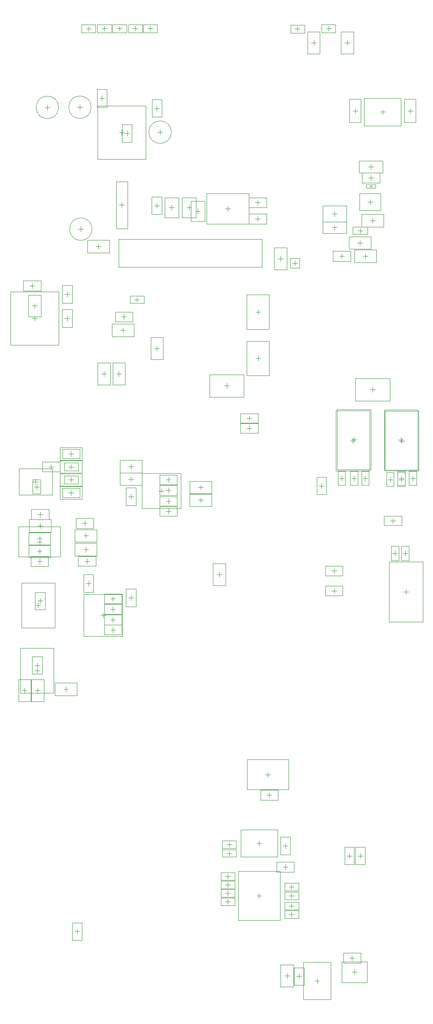
<source format=gbr>
G04 Layer_Color=32768*
%FSLAX26Y26*%
%MOIN*%
%TF.FileFunction,Other,Mechanical_15*%
%TF.Part,Single*%
G01*
G75*
%TA.AperFunction,NonConductor*%
%ADD79C,0.003937*%
%ADD153C,0.001968*%
D79*
X2739430Y1137000D02*
X2778800Y1137000D01*
X2759114Y1117316D02*
X2759114Y1156686D01*
X2779116Y1007316D02*
X2779116Y1046686D01*
X2759430Y1027000D02*
X2798800Y1027000D01*
X619116Y6857316D02*
X619116Y6896686D01*
X599430Y6877000D02*
X638800Y6877000D01*
X570018Y1346408D02*
X609388Y1346408D01*
X589702Y1326724D02*
X589702Y1366094D01*
X1309798Y4883858D02*
X1309798Y4923228D01*
X1290112Y4903544D02*
X1329482Y4903544D01*
X2719244Y1942914D02*
X2758614Y1942914D01*
X2738928Y1923230D02*
X2738928Y1962600D01*
X2823574Y1923230D02*
X2823574Y1962600D01*
X2803888Y1942916D02*
X2843258Y1942916D01*
X2463338Y958662D02*
X2502708Y958662D01*
X2483024Y938978D02*
X2483024Y978348D01*
X2006646Y1627952D02*
X2046016Y1627952D01*
X2026330Y1608268D02*
X2026330Y1647638D01*
X1199558Y5938976D02*
X1238928Y5938976D01*
X1219244Y5919290D02*
X1219244Y5958660D01*
X959402Y6167324D02*
X959402Y6206694D01*
X939716Y6187008D02*
X979086Y6187008D01*
X2900346Y6944882D02*
X2939716Y6944882D01*
X2920030Y6925196D02*
X2920030Y6964566D01*
X2801686Y6768998D02*
X2841056Y6768998D01*
X2821372Y6749314D02*
X2821372Y6788684D01*
X2844686Y6664000D02*
X2884056Y6664000D01*
X2864370Y6644316D02*
X2864370Y6683686D01*
X679874Y4068896D02*
X679874Y4108266D01*
X660190Y4088582D02*
X699560Y4088582D01*
X2308812Y6589724D02*
X2308812Y6629094D01*
X2289126Y6609410D02*
X2328496Y6609410D01*
X766486Y7907480D02*
X805856Y7907480D01*
X786170Y7887796D02*
X786170Y7927166D01*
X3081446Y4561024D02*
X3081446Y4600394D01*
X3061762Y4580708D02*
X3101132Y4580708D01*
X2616884Y4009844D02*
X2616884Y4049214D01*
X2597198Y4029528D02*
X2636568Y4029528D01*
X2616878Y4167324D02*
X2616878Y4206694D01*
X2597194Y4187008D02*
X2636564Y4187008D01*
X2498772Y4856298D02*
X2538142Y4856298D01*
X2518458Y4836614D02*
X2518458Y4875984D01*
X1947592Y5368108D02*
X1947592Y5407478D01*
X1927906Y5387794D02*
X1967276Y5387794D01*
X1947590Y5289372D02*
X1947590Y5328742D01*
X1927906Y5309056D02*
X1967276Y5309056D01*
X2341292Y974410D02*
X2341292Y1013780D01*
X2321608Y994096D02*
X2360978Y994096D01*
X2246804Y978346D02*
X2246804Y1017716D01*
X2227118Y998032D02*
X2266488Y998032D01*
X175938Y3226376D02*
X175938Y3265746D01*
X156254Y3246062D02*
X195624Y3246062D01*
X2436764Y8345866D02*
X2476134Y8345866D01*
X2456450Y8326180D02*
X2456450Y8365552D01*
X1711372Y4137796D02*
X1711372Y4177166D01*
X1691686Y4157482D02*
X1731056Y4157482D01*
X2105370Y2402314D02*
X2105370Y2441684D01*
X2085686Y2422000D02*
X2125056Y2422000D01*
X2095226Y2562008D02*
X2095226Y2601378D01*
X2075542Y2581694D02*
X2114912Y2581694D01*
X2233022Y1834646D02*
X2233022Y1874016D01*
X2213338Y1854330D02*
X2252708Y1854330D01*
X2213340Y2021656D02*
X2252710Y2021656D01*
X2233024Y2001970D02*
X2233024Y2041340D01*
X1790110Y2011812D02*
X1790110Y2051182D01*
X1770424Y2031496D02*
X1809794Y2031496D01*
X1790110Y1942914D02*
X1790110Y1982284D01*
X1770426Y1962598D02*
X1809796Y1962598D01*
X1778300Y1761814D02*
X1778300Y1801184D01*
X1758616Y1781498D02*
X1797986Y1781498D01*
X1778300Y1694882D02*
X1778300Y1734252D01*
X1758614Y1714568D02*
X1797984Y1714568D01*
X1778298Y1627954D02*
X1778298Y1667324D01*
X1758614Y1647640D02*
X1797984Y1647640D01*
X1778300Y1561022D02*
X1778300Y1600392D01*
X1758614Y1580708D02*
X1797984Y1580708D01*
X2282236Y1677164D02*
X2282236Y1716534D01*
X2262552Y1696848D02*
X2301922Y1696848D01*
X2282236Y1529528D02*
X2282236Y1568898D01*
X2262550Y1549212D02*
X2301920Y1549212D01*
X2282236Y1460632D02*
X2282236Y1500002D01*
X2262552Y1480316D02*
X2301922Y1480316D01*
X2282236Y1608266D02*
X2282236Y1647636D01*
X2262550Y1627952D02*
X2301920Y1627952D01*
X2026330Y2021654D02*
X2026330Y2061024D01*
X2006646Y2041338D02*
X2046016Y2041338D01*
X483024Y3253938D02*
X522394Y3253938D01*
X502710Y3234252D02*
X502710Y3273622D01*
X1199560Y7828740D02*
X1238930Y7828740D01*
X1219246Y7809054D02*
X1219246Y7848424D01*
X983022Y7612202D02*
X983022Y7651572D01*
X963336Y7631888D02*
X1002706Y7631888D01*
X234992Y6410826D02*
X234992Y6450196D01*
X215306Y6430512D02*
X254676Y6430512D01*
X254678Y6253346D02*
X254678Y6292716D01*
X234992Y6273032D02*
X274362Y6273032D01*
X1544638Y4843306D02*
X1584008Y4843306D01*
X1564322Y4823622D02*
X1564322Y4862992D01*
X1544640Y4743308D02*
X1584010Y4743308D01*
X1564326Y4723622D02*
X1564326Y4762992D01*
X294046Y4242128D02*
X294046Y4281498D01*
X274362Y4261814D02*
X313732Y4261814D01*
X297984Y4521654D02*
X297984Y4561024D01*
X278300Y4541340D02*
X317670Y4541340D01*
X995684Y4771000D02*
X1035054Y4771000D01*
X1015368Y4751316D02*
X1015368Y4790686D01*
X1750742Y5643700D02*
X1790112Y5643700D01*
X1770426Y5624016D02*
X1770426Y5663386D01*
X1778300Y7017716D02*
X1778300Y7057086D01*
X1758614Y7037402D02*
X1797984Y7037402D01*
X1994836Y7086614D02*
X2034206Y7086614D01*
X2014520Y7066928D02*
X2014520Y7106298D01*
X1994834Y6958662D02*
X2034204Y6958662D01*
X2014520Y6938976D02*
X2014520Y6978346D01*
X1542080Y6998032D02*
X1542080Y7037402D01*
X1522396Y7017718D02*
X1561766Y7017718D01*
X2574560Y8437354D02*
X2574560Y8476724D01*
X2554876Y8457040D02*
X2594246Y8457040D01*
X2888538Y7281494D02*
X2927910Y7281494D01*
X2908224Y7261810D02*
X2908224Y7301180D01*
X2887686Y7367998D02*
X2927058Y7367998D01*
X2907372Y7348314D02*
X2907372Y7387684D01*
X2658684Y6664002D02*
X2698054Y6664002D01*
X2678370Y6644318D02*
X2678370Y6683688D01*
X2908372Y7202190D02*
X2908372Y7225812D01*
X2896562Y7214000D02*
X2920184Y7214000D01*
X2872940Y7227780D02*
X2943806Y7227780D01*
X2872940Y7200220D02*
X2943806Y7200220D01*
X2943806Y7227780D01*
X2872940Y7200220D02*
X2872940Y7227780D01*
X3148376Y4895668D02*
X3148376Y4935038D01*
X3128690Y4915354D02*
X3168060Y4915354D01*
X3236962Y4895670D02*
X3236962Y4935040D01*
X3217276Y4915354D02*
X3256646Y4915354D01*
X2774362Y4895670D02*
X2774362Y4935040D01*
X2754676Y4915356D02*
X2794046Y4915356D01*
X2862944Y4895670D02*
X2862944Y4935040D01*
X2843258Y4915354D02*
X2882628Y4915354D01*
X2722198Y8326178D02*
X2722198Y8365548D01*
X2702512Y8345864D02*
X2741882Y8345864D01*
X3177904Y4305118D02*
X3177904Y4344488D01*
X3158220Y4324804D02*
X3197590Y4324804D01*
X3099166Y4305118D02*
X3099166Y4344488D01*
X3079480Y4324804D02*
X3118850Y4324804D01*
X2882632Y7090550D02*
X2922002Y7090550D01*
X2902318Y7070864D02*
X2902318Y7110234D01*
X274362Y3423228D02*
X274362Y3462598D01*
X254678Y3442912D02*
X294048Y3442912D01*
X297986Y3931102D02*
X297986Y3970472D01*
X278300Y3950786D02*
X317670Y3950786D01*
X278300Y3226378D02*
X278300Y3265748D01*
X258614Y3246064D02*
X297984Y3246064D01*
X2902314Y5614172D02*
X2941684Y5614172D01*
X2922000Y5594488D02*
X2922000Y5633858D01*
X2016488Y5840550D02*
X2016488Y5879920D01*
X1996804Y5860236D02*
X2036174Y5860236D01*
X2016488Y6204724D02*
X2016488Y6244094D01*
X1996802Y6224408D02*
X2036172Y6224408D01*
X2194638Y6625984D02*
X2194638Y6665356D01*
X2174954Y6645670D02*
X2214324Y6645670D01*
X2774362Y5200788D02*
X2774362Y5240158D01*
X2754678Y5220472D02*
X2794048Y5220472D01*
X3145968Y5197638D02*
X3145968Y5237008D01*
X3126282Y5217322D02*
X3165652Y5217322D01*
X3184114Y4002315D02*
X3184114Y4041685D01*
X3164430Y4022001D02*
X3203800Y4022001D01*
X680000Y8436316D02*
X680000Y8475686D01*
X660314Y8456000D02*
X699684Y8456000D01*
X1165330Y8437356D02*
X1165330Y8476726D01*
X1145644Y8457040D02*
X1185014Y8457040D01*
X924700Y8436726D02*
X924700Y8476096D01*
X905016Y8456410D02*
X944386Y8456410D01*
X1048578Y8437354D02*
X1048578Y8476724D01*
X1028892Y8457040D02*
X1068262Y8457040D01*
X804700Y8436726D02*
X804700Y8476096D01*
X785014Y8456410D02*
X824384Y8456410D01*
X2328496Y8434450D02*
X2328496Y8473820D01*
X2308812Y8454134D02*
X2348182Y8454134D01*
X1061634Y6303244D02*
X1061634Y6342614D01*
X1041948Y6322928D02*
X1081318Y6322928D01*
X293064Y4395472D02*
X293064Y4434842D01*
X273378Y4415156D02*
X312748Y4415156D01*
X282434Y3896062D02*
X282434Y3935432D01*
X262750Y3915748D02*
X302120Y3915748D01*
X1217278Y7043306D02*
X1217278Y7082676D01*
X1197592Y7062990D02*
X1236962Y7062990D01*
X1315700Y7047244D02*
X1355070Y7047244D01*
X1335384Y7027560D02*
X1335384Y7066930D01*
X1473182Y7027560D02*
X1473182Y7066930D01*
X1453498Y7047246D02*
X1492868Y7047246D01*
X3197592Y7809054D02*
X3236962Y7809054D01*
X3217276Y7789370D02*
X3217276Y7828740D01*
X2784204Y7789370D02*
X2784204Y7828740D01*
X2764520Y7809054D02*
X2803890Y7809054D01*
X922002Y7637796D02*
X961372Y7637796D01*
X941686Y7618110D02*
X941686Y7657480D01*
X2774362Y4895668D02*
X2774362Y4935038D01*
X2754678Y4915354D02*
X2794048Y4915354D01*
X2676370Y4895316D02*
X2676370Y4934686D01*
X2656686Y4915000D02*
X2696056Y4915000D01*
X3148378Y4885826D02*
X3148378Y4925196D01*
X3128692Y4905512D02*
X3168062Y4905512D01*
X3059796Y4885828D02*
X3059796Y4925198D01*
X3040110Y4905512D02*
X3079480Y4905512D01*
X3150394Y5189764D02*
X3150394Y5229134D01*
X3130708Y5209448D02*
X3170080Y5209448D01*
X2764518Y5190946D02*
X2764518Y5230316D01*
X2744834Y5210630D02*
X2784204Y5210630D01*
X542078Y5088582D02*
X542078Y5127952D01*
X522394Y5108268D02*
X561764Y5108268D01*
X542078Y4986220D02*
X542078Y5025590D01*
X522394Y5005906D02*
X561764Y5005906D01*
X542078Y4781496D02*
X542078Y4820866D01*
X522394Y4801182D02*
X561764Y4801182D01*
X542078Y4883858D02*
X542078Y4923228D01*
X522394Y4903544D02*
X561764Y4903544D01*
X782238Y5738188D02*
X821608Y5738188D01*
X801922Y5718502D02*
X801922Y5757872D01*
X899684Y5739000D02*
X939054Y5739000D01*
X919368Y5719316D02*
X919368Y5758686D01*
X951526Y6061022D02*
X951526Y6100392D01*
X931842Y6080708D02*
X971212Y6080708D01*
X659598Y4443506D02*
X659598Y4482876D01*
X639914Y4463192D02*
X679284Y4463192D01*
X649756Y4541932D02*
X649756Y4581302D01*
X630072Y4561618D02*
X669442Y4561618D01*
X659598Y4335240D02*
X659598Y4374610D01*
X639912Y4354926D02*
X679282Y4354926D01*
X647788Y4262406D02*
X687158Y4262406D01*
X667474Y4242722D02*
X667474Y4282092D01*
X2620820Y6870078D02*
X2620820Y6909448D01*
X2601134Y6889762D02*
X2640504Y6889762D01*
X2621370Y6977314D02*
X2621370Y7016684D01*
X2601684Y6997000D02*
X2641054Y6997000D01*
X1014520Y4988190D02*
X1014520Y5027560D01*
X994836Y5007874D02*
X1034206Y5007874D01*
X1014520Y4889764D02*
X1014520Y4929134D01*
X994836Y4909450D02*
X1034206Y4909450D01*
X273376Y4340156D02*
X312746Y4340156D01*
X293060Y4320470D02*
X293060Y4359842D01*
X293062Y4420472D02*
X293062Y4459842D01*
X273378Y4440158D02*
X312748Y4440158D01*
X242866Y4887796D02*
X282236Y4887796D01*
X262552Y4868110D02*
X262552Y4907480D01*
X1309796Y4801182D02*
X1309796Y4840552D01*
X1290112Y4820868D02*
X1329482Y4820868D01*
X1309796Y4714570D02*
X1309796Y4753940D01*
X1290112Y4734254D02*
X1329482Y4734254D01*
X1309796Y4635826D02*
X1309796Y4675196D01*
X1290112Y4655512D02*
X1329482Y4655512D01*
X542080Y5088586D02*
X542080Y5127956D01*
X522396Y5108270D02*
X561766Y5108270D01*
X522392Y5005904D02*
X561762Y5005904D01*
X542078Y4986220D02*
X542078Y5025590D01*
X522394Y4903542D02*
X561764Y4903542D01*
X542078Y4883858D02*
X542078Y4923228D01*
X542080Y4781498D02*
X542080Y4820868D01*
X522396Y4801184D02*
X561766Y4801184D01*
X384598Y4986220D02*
X384598Y5025590D01*
X364914Y5005906D02*
X404284Y5005906D01*
X853104Y3801184D02*
X892474Y3801184D01*
X872788Y3781498D02*
X872788Y3820868D01*
X853102Y3722442D02*
X892472Y3722442D01*
X872788Y3702756D02*
X872788Y3742126D01*
X853104Y3883858D02*
X892474Y3883858D01*
X872788Y3864174D02*
X872788Y3903544D01*
X853104Y3966536D02*
X892474Y3966536D01*
X872788Y3946852D02*
X872788Y3986222D01*
X1014518Y3954724D02*
X1014518Y3994094D01*
X994834Y3974410D02*
X1034204Y3974410D01*
X297984Y4612204D02*
X297984Y4651574D01*
X278300Y4631890D02*
X317670Y4631890D01*
X274362Y3381102D02*
X274362Y3420472D01*
X254678Y3400788D02*
X294048Y3400788D01*
X270426Y4828742D02*
X270426Y4868112D01*
X250740Y4848426D02*
X290110Y4848426D01*
X234994Y6174606D02*
X274364Y6174606D01*
X254680Y6154920D02*
X254680Y6194290D01*
X490898Y6364172D02*
X530268Y6364172D01*
X510582Y6344486D02*
X510582Y6383856D01*
X510586Y6155512D02*
X510586Y6194882D01*
X490900Y6175196D02*
X530270Y6175196D01*
X738932Y6742126D02*
X778302Y6742126D01*
X758618Y6722440D02*
X758618Y6761810D01*
X941686Y7047244D02*
X941686Y7086614D01*
X922000Y7066930D02*
X961370Y7066930D01*
X1253692Y4796456D02*
X1253692Y4835826D01*
X1234008Y4816142D02*
X1273378Y4816142D01*
X794048Y3816930D02*
X794048Y3856300D01*
X774362Y3836614D02*
X813732Y3836614D01*
X2980314Y7800000D02*
X3019686Y7800000D01*
X3000000Y7780316D02*
X3000000Y7819686D01*
X1225316Y7641000D02*
X1264686Y7641000D01*
X1245000Y7621316D02*
X1245000Y7660686D01*
X592316Y7837000D02*
X631686Y7837000D01*
X612000Y7817316D02*
X612000Y7856686D01*
X335316Y7836000D02*
X374686Y7836000D01*
X355000Y7816316D02*
X355000Y7855686D01*
D153*
X707698Y6877000D02*
G03*
X707698Y6877000I-88583J0D01*
G01*
X1333583Y7641000D02*
G03*
X1333583Y7641000I-88583J0D01*
G01*
X700583Y7837000D02*
G03*
X700583Y7837000I-88583J0D01*
G01*
X443583Y7836000D02*
G03*
X443583Y7836000I-88583J0D01*
G01*
X2828012Y1097630D02*
X2828012Y1176370D01*
X2690218Y1097630D02*
X2690218Y1176370D01*
X2828012Y1176370D01*
X2690218Y1097630D02*
X2828012Y1097630D01*
X2678722Y946292D02*
X2879508Y946292D01*
X2678722Y1107708D02*
X2879508Y1107708D01*
X2678722Y946292D02*
X2678722Y1107708D01*
X2879508Y946292D02*
X2879508Y1107708D01*
X627104Y1277512D02*
X627104Y1415306D01*
X552300Y1277512D02*
X552300Y1415306D01*
X552300Y1277512D02*
X627104Y1277512D01*
X552300Y1415306D02*
X627104Y1415306D01*
X917274Y6578150D02*
X917274Y6798622D01*
X917274Y6578150D02*
X2049164Y6578150D01*
X917274Y6798622D02*
X2049164Y6798622D01*
X2049164Y6578150D02*
X2049164Y6798622D01*
X1240900Y4940946D02*
X1378694Y4940946D01*
X1240900Y4866142D02*
X1378694Y4866142D01*
X1378694Y4940946D01*
X1240900Y4866142D02*
X1240900Y4940946D01*
X2701528Y1874016D02*
X2701528Y2011812D01*
X2776330Y1874016D02*
X2776330Y2011812D01*
X2701528Y2011812D02*
X2776330Y2011812D01*
X2701528Y1874016D02*
X2776330Y1874016D01*
X2786172Y1874018D02*
X2860976Y1874018D01*
X2786172Y2011812D02*
X2860976Y2011812D01*
X2860976Y1874018D02*
X2860976Y2011812D01*
X2786172Y1874018D02*
X2786172Y2011812D01*
X2374756Y811024D02*
X2374756Y1106300D01*
X2591292Y811024D02*
X2591292Y1106300D01*
X2374756Y1106300D02*
X2591292Y1106300D01*
X2374756Y811024D02*
X2591292Y811024D01*
X2189716Y1436024D02*
X2189716Y1819882D01*
X1862944Y1436024D02*
X1862944Y1819882D01*
X2189716Y1819882D01*
X1862944Y1436024D02*
X2189716Y1436024D01*
X1268456Y5852362D02*
X1268456Y6025590D01*
X1170030Y5852362D02*
X1170030Y6025590D01*
X1170030Y5852362D02*
X1268456Y5852362D01*
X1170030Y6025590D02*
X1268456Y6025590D01*
X890504Y6149606D02*
X1028300Y6149606D01*
X890504Y6224410D02*
X1028300Y6224410D01*
X1028300Y6149606D02*
X1028300Y6224410D01*
X890504Y6149606D02*
X890504Y6224410D01*
X3006644Y6895668D02*
X3006644Y6994094D01*
X2833416Y6895668D02*
X2833416Y6994094D01*
X3006644Y6994094D01*
X2833416Y6895668D02*
X3006644Y6895668D01*
X2734758Y6719786D02*
X2734758Y6818212D01*
X2907986Y6719786D02*
X2907986Y6818212D01*
X2734758Y6719786D02*
X2907986Y6719786D01*
X2734758Y6818212D02*
X2907986Y6818212D01*
X2950984Y6614788D02*
X2950984Y6713214D01*
X2777756Y6614788D02*
X2777756Y6713214D01*
X2950984Y6713214D01*
X2777756Y6614788D02*
X2950984Y6614788D01*
X640504Y4019684D02*
X719244Y4019684D01*
X640504Y4157478D02*
X719244Y4157478D01*
X640504Y4019684D02*
X640504Y4157478D01*
X719244Y4019684D02*
X719244Y4157478D01*
X2272394Y6570040D02*
X2345228Y6570040D01*
X2272394Y6648780D02*
X2345228Y6648780D01*
X2345228Y6570040D02*
X2345228Y6648780D01*
X2272394Y6570040D02*
X2272394Y6648780D01*
X746800Y7838582D02*
X746800Y7976378D01*
X825542Y7838582D02*
X825542Y7976378D01*
X746800Y7976378D02*
X825542Y7976378D01*
X746800Y7838582D02*
X825542Y7838582D01*
X3012548Y4543306D02*
X3150344Y4543306D01*
X3012548Y4618110D02*
X3150344Y4618110D01*
X3150344Y4543306D02*
X3150344Y4618110D01*
X3012548Y4543306D02*
X3012548Y4618110D01*
X2547986Y3992126D02*
X2685782Y3992126D01*
X2547986Y4066930D02*
X2685782Y4066930D01*
X2547986Y3992126D02*
X2547986Y4066930D01*
X2685782Y3992126D02*
X2685782Y4066930D01*
X2547980Y4224410D02*
X2685776Y4224410D01*
X2547980Y4149606D02*
X2685776Y4149606D01*
X2685776Y4224410D01*
X2547980Y4149606D02*
X2547980Y4224410D01*
X2481056Y4787400D02*
X2481056Y4925196D01*
X2555860Y4787400D02*
X2555860Y4925196D01*
X2481056Y4925196D02*
X2555860Y4925196D01*
X2481056Y4787400D02*
X2555860Y4787400D01*
X1878694Y5425196D02*
X2016488Y5425196D01*
X1878694Y5350392D02*
X2016488Y5350392D01*
X2016488Y5425196D01*
X1878694Y5350392D02*
X1878694Y5425196D01*
X1878692Y5271654D02*
X2016488Y5271654D01*
X1878692Y5346458D02*
X2016488Y5346458D01*
X1878692Y5271654D02*
X1878692Y5346458D01*
X2016488Y5271654D02*
X2016488Y5346458D01*
X2301922Y925198D02*
X2380662Y925198D01*
X2301922Y1062994D02*
X2380662Y1062994D01*
X2380662Y925198D02*
X2380662Y1062994D01*
X2301922Y925198D02*
X2301922Y1062994D01*
X2195622Y911416D02*
X2297986Y911416D01*
X2195622Y1084646D02*
X2297986Y1084646D01*
X2297986Y911416D02*
X2297986Y1084646D01*
X2195622Y911416D02*
X2195622Y1084646D01*
X126726Y3159448D02*
X225150Y3159448D01*
X126726Y3332676D02*
X225150Y3332676D01*
X225150Y3159448D02*
X225150Y3332676D01*
X126726Y3159448D02*
X126726Y3332676D01*
X2407236Y8259252D02*
X2407236Y8432480D01*
X2505662Y8259252D02*
X2505662Y8432480D01*
X2407236Y8432480D02*
X2505662Y8432480D01*
X2407236Y8259252D02*
X2505662Y8259252D01*
X1662160Y4244096D02*
X1760584Y4244096D01*
X1662160Y4070866D02*
X1760584Y4070866D01*
X1760584Y4244096D01*
X1662160Y4070866D02*
X1662160Y4244096D01*
X2036472Y2461370D02*
X2174268Y2461370D01*
X2036472Y2382628D02*
X2174268Y2382628D01*
X2174268Y2461370D01*
X2036472Y2382628D02*
X2036472Y2461370D01*
X1931840Y2463584D02*
X2258612Y2463584D01*
X1931840Y2699804D02*
X2258612Y2699804D01*
X1931840Y2463584D02*
X1931840Y2699804D01*
X2258612Y2463584D02*
X2258612Y2699804D01*
X2164124Y1893700D02*
X2301920Y1893700D01*
X2164124Y1814960D02*
X2301920Y1814960D01*
X2301920Y1893700D01*
X2164124Y1814960D02*
X2164124Y1893700D01*
X2272394Y1952758D02*
X2272394Y2090554D01*
X2193654Y1952758D02*
X2193654Y2090554D01*
X2193654Y1952758D02*
X2272394Y1952758D01*
X2193654Y2090554D02*
X2272394Y2090554D01*
X1734992Y2001968D02*
X1845228Y2001968D01*
X1734992Y2061024D02*
X1845228Y2061024D01*
X1734992Y2001968D02*
X1734992Y2061024D01*
X1845228Y2001968D02*
X1845228Y2061024D01*
X1734992Y1992126D02*
X1845228Y1992126D01*
X1734992Y1933070D02*
X1845228Y1933070D01*
X1845228Y1992126D01*
X1734992Y1933070D02*
X1734992Y1992126D01*
X1723182Y1811026D02*
X1833418Y1811026D01*
X1723182Y1751970D02*
X1833418Y1751970D01*
X1833418Y1811026D01*
X1723182Y1751970D02*
X1723182Y1811026D01*
X1723182Y1685040D02*
X1833418Y1685040D01*
X1723182Y1744096D02*
X1833418Y1744096D01*
X1723182Y1685040D02*
X1723182Y1744096D01*
X1833418Y1685040D02*
X1833418Y1744096D01*
X1723180Y1677168D02*
X1833416Y1677168D01*
X1723180Y1618112D02*
X1833416Y1618112D01*
X1833416Y1677168D01*
X1723180Y1618112D02*
X1723180Y1677168D01*
X1723182Y1551180D02*
X1833418Y1551180D01*
X1723182Y1610236D02*
X1833418Y1610236D01*
X1723182Y1551180D02*
X1723182Y1610236D01*
X1833418Y1551180D02*
X1833418Y1610236D01*
X2227118Y1726376D02*
X2337354Y1726376D01*
X2227118Y1667320D02*
X2337354Y1667320D01*
X2337354Y1726376D01*
X2227118Y1667320D02*
X2227118Y1726376D01*
X2227118Y1519684D02*
X2337354Y1519684D01*
X2227118Y1578740D02*
X2337354Y1578740D01*
X2227118Y1519684D02*
X2227118Y1578740D01*
X2337354Y1519684D02*
X2337354Y1578740D01*
X2227118Y1509844D02*
X2337354Y1509844D01*
X2227118Y1450788D02*
X2337354Y1450788D01*
X2337354Y1509844D01*
X2227118Y1450788D02*
X2227118Y1509844D01*
X2227118Y1598424D02*
X2337354Y1598424D01*
X2227118Y1657480D02*
X2337354Y1657480D01*
X2227118Y1598424D02*
X2227118Y1657480D01*
X2337354Y1598424D02*
X2337354Y1657480D01*
X1880662Y1933072D02*
X2172000Y1933072D01*
X1880662Y2149606D02*
X2172000Y2149606D01*
X1880662Y1933072D02*
X1880662Y2149606D01*
X2172000Y1933072D02*
X2172000Y2149606D01*
X589324Y3204726D02*
X589324Y3303150D01*
X416096Y3204726D02*
X416096Y3303150D01*
X416096Y3204726D02*
X589324Y3204726D01*
X416096Y3303150D02*
X589324Y3303150D01*
X1258616Y7759842D02*
X1258616Y7897638D01*
X1179876Y7759842D02*
X1179876Y7897638D01*
X1258616Y7897638D01*
X1179876Y7759842D02*
X1258616Y7759842D01*
X943652Y7700786D02*
X1022392Y7700786D01*
X943652Y7562990D02*
X1022392Y7562990D01*
X943652Y7562990D02*
X943652Y7700786D01*
X1022392Y7562990D02*
X1022392Y7700786D01*
X166094Y6469882D02*
X303890Y6469882D01*
X166094Y6391140D02*
X303890Y6391140D01*
X303890Y6469882D01*
X166094Y6391140D02*
X166094Y6469882D01*
X205466Y6359646D02*
X303890Y6359646D01*
X205466Y6186416D02*
X303890Y6186416D01*
X205466Y6186416D02*
X205466Y6359646D01*
X303890Y6186416D02*
X303890Y6359646D01*
X1477708Y4794094D02*
X1477708Y4892520D01*
X1650936Y4794094D02*
X1650936Y4892520D01*
X1477708Y4892520D02*
X1650936Y4892520D01*
X1477708Y4794094D02*
X1650936Y4794094D01*
X1477710Y4694094D02*
X1477710Y4792520D01*
X1650940Y4694094D02*
X1650940Y4792520D01*
X1477710Y4792520D02*
X1650940Y4792520D01*
X1477710Y4694094D02*
X1650940Y4694094D01*
X225148Y4301184D02*
X362944Y4301184D01*
X225148Y4222442D02*
X362944Y4222442D01*
X225148Y4222442D02*
X225148Y4301184D01*
X362944Y4222442D02*
X362944Y4301184D01*
X211370Y4492128D02*
X384598Y4492128D01*
X211370Y4590552D02*
X384598Y4590552D01*
X211370Y4492128D02*
X211370Y4590552D01*
X384598Y4492128D02*
X384598Y4590552D01*
X975998Y4702104D02*
X975998Y4839898D01*
X1054738Y4702104D02*
X1054738Y4839898D01*
X975998Y4702104D02*
X1054738Y4702104D01*
X975998Y4839898D02*
X1054738Y4839898D01*
X1634600Y5555118D02*
X1634600Y5732284D01*
X1906254Y5555118D02*
X1906254Y5732284D01*
X1634600Y5555118D02*
X1906254Y5555118D01*
X1634600Y5732284D02*
X1906254Y5732284D01*
X1612946Y6917324D02*
X1943654Y6917324D01*
X1612946Y7157480D02*
X1943654Y7157480D01*
X1612946Y6917324D02*
X1612946Y7157480D01*
X1943654Y6917324D02*
X1943654Y7157480D01*
X2083418Y7047244D02*
X2083418Y7125984D01*
X1945622Y7047244D02*
X1945622Y7125984D01*
X2083418Y7125984D01*
X1945622Y7047244D02*
X2083418Y7047244D01*
X2083418Y6919292D02*
X2083418Y6998032D01*
X1945622Y6919292D02*
X1945622Y6998032D01*
X2083418Y6998032D01*
X1945622Y6919292D02*
X2083418Y6919292D01*
X1486962Y7096458D02*
X1597198Y7096458D01*
X1486962Y6938976D02*
X1597198Y6938976D01*
X1486962Y6938976D02*
X1486962Y7096458D01*
X1597198Y6938976D02*
X1597198Y7096458D01*
X2519442Y8488536D02*
X2629678Y8488536D01*
X2519442Y8425542D02*
X2629678Y8425542D01*
X2629678Y8488536D01*
X2519442Y8425542D02*
X2519442Y8488536D01*
X2882626Y6836612D02*
X2882626Y6895668D01*
X2764516Y6836612D02*
X2764516Y6895668D01*
X2882626Y6895668D01*
X2764516Y6836612D02*
X2882626Y6836612D01*
X2804870Y6866140D02*
X2842272Y6866140D01*
X2823572Y6847440D02*
X2823572Y6884842D01*
X2977122Y7242124D02*
X2977122Y7320866D01*
X2839326Y7242124D02*
X2839326Y7320866D01*
X2977122Y7320866D01*
X2839326Y7242124D02*
X2977122Y7242124D01*
X2999892Y7322724D02*
X2999892Y7413274D01*
X2814852Y7322724D02*
X2814852Y7413274D01*
X2999892Y7413274D01*
X2814852Y7322724D02*
X2999892Y7322724D01*
X2609472Y6624632D02*
X2609472Y6703372D01*
X2747268Y6624632D02*
X2747268Y6703372D01*
X2609472Y6624632D02*
X2747268Y6624632D01*
X2609472Y6703372D02*
X2747268Y6703372D01*
X3118848Y4970472D02*
X3177904Y4970472D01*
X3118848Y4860236D02*
X3177904Y4860236D01*
X3118848Y4860236D02*
X3118848Y4970472D01*
X3177904Y4860236D02*
X3177904Y4970472D01*
X3207434Y4860236D02*
X3266488Y4860236D01*
X3207434Y4970472D02*
X3266488Y4970472D01*
X3266488Y4860236D02*
X3266488Y4970472D01*
X3207434Y4860236D02*
X3207434Y4970472D01*
X2744834Y4970474D02*
X2803890Y4970474D01*
X2744834Y4860238D02*
X2803890Y4860238D01*
X2744834Y4860238D02*
X2744834Y4970474D01*
X2803890Y4860238D02*
X2803890Y4970474D01*
X2833416Y4860236D02*
X2892470Y4860236D01*
X2833416Y4970472D02*
X2892470Y4970472D01*
X2892470Y4860236D02*
X2892470Y4970472D01*
X2833416Y4860236D02*
X2833416Y4970472D01*
X2672984Y8259250D02*
X2771410Y8259250D01*
X2672984Y8432478D02*
X2771410Y8432478D01*
X2771410Y8259250D02*
X2771410Y8432478D01*
X2672984Y8259250D02*
X2672984Y8432478D01*
X3148378Y4379922D02*
X3207432Y4379922D01*
X3148378Y4269686D02*
X3207432Y4269686D01*
X3148378Y4269686D02*
X3148378Y4379922D01*
X3207432Y4269686D02*
X3207432Y4379922D01*
X3069638Y4379922D02*
X3128694Y4379922D01*
X3069638Y4269686D02*
X3128694Y4269686D01*
X3069638Y4269686D02*
X3069638Y4379922D01*
X3128694Y4269686D02*
X3128694Y4379922D01*
X2984994Y7023620D02*
X2984994Y7157478D01*
X2819640Y7023620D02*
X2819640Y7157478D01*
X2984994Y7157478D01*
X2819640Y7023620D02*
X2984994Y7023620D01*
X234992Y3511810D02*
X313732Y3511810D01*
X234992Y3374016D02*
X313732Y3374016D01*
X234992Y3374016D02*
X234992Y3511810D01*
X313732Y3374016D02*
X313732Y3511810D01*
X258616Y4019684D02*
X337356Y4019684D01*
X258616Y3881890D02*
X337356Y3881890D01*
X258616Y3881890D02*
X258616Y4019684D01*
X337356Y3881890D02*
X337356Y4019684D01*
X229088Y3332678D02*
X327512Y3332678D01*
X229088Y3159450D02*
X327512Y3159450D01*
X229088Y3159450D02*
X229088Y3332678D01*
X327512Y3159450D02*
X327512Y3332678D01*
X2786172Y5525590D02*
X2786172Y5702756D01*
X3057826Y5525590D02*
X3057826Y5702756D01*
X2786172Y5525590D02*
X3057826Y5525590D01*
X2786172Y5702756D02*
X3057826Y5702756D01*
X1927906Y5724408D02*
X2105070Y5724408D01*
X1927906Y5996062D02*
X2105070Y5996062D01*
X2105070Y5724408D02*
X2105070Y5996062D01*
X1927906Y5724408D02*
X1927906Y5996062D01*
X1927904Y6360236D02*
X2105070Y6360236D01*
X1927904Y6088582D02*
X2105070Y6088582D01*
X1927904Y6088582D02*
X1927904Y6360236D01*
X2105070Y6088582D02*
X2105070Y6360236D01*
X2145426Y6732284D02*
X2243850Y6732284D01*
X2145426Y6559056D02*
X2243850Y6559056D01*
X2145426Y6559056D02*
X2145426Y6732284D01*
X2243850Y6559056D02*
X2243850Y6732284D01*
X2641686Y4984252D02*
X2907040Y4984252D01*
X2641686Y5456694D02*
X2907040Y5456694D01*
X2907040Y4984252D02*
X2907040Y5456300D01*
X2641686Y4984252D02*
X2641686Y5456300D01*
X3013290Y4981102D02*
X3278644Y4981102D01*
X3013290Y5453542D02*
X3278644Y5453542D01*
X3278644Y4981102D02*
X3278644Y5453148D01*
X3013290Y4981102D02*
X3013290Y5453148D01*
X3051438Y4258221D02*
X3316792Y4258221D01*
X3051438Y3785781D02*
X3316792Y3785781D01*
X3051438Y3786175D02*
X3051438Y4258221D01*
X3316792Y3786175D02*
X3316792Y4258221D01*
X624882Y8487498D02*
X735118Y8487498D01*
X624882Y8424504D02*
X735118Y8424504D01*
X735118Y8487498D01*
X624882Y8424504D02*
X624882Y8487498D01*
X1110212Y8488538D02*
X1220448Y8488538D01*
X1110212Y8425544D02*
X1220448Y8425544D01*
X1220448Y8488538D01*
X1110212Y8425544D02*
X1110212Y8488538D01*
X869582Y8487908D02*
X979818Y8487908D01*
X869582Y8424914D02*
X979818Y8424914D01*
X979818Y8487908D01*
X869582Y8424914D02*
X869582Y8487908D01*
X993460Y8488536D02*
X1103696Y8488536D01*
X993460Y8425542D02*
X1103696Y8425542D01*
X1103696Y8488536D01*
X993460Y8425542D02*
X993460Y8488536D01*
X749580Y8487908D02*
X859818Y8487908D01*
X749580Y8424914D02*
X859818Y8424914D01*
X859818Y8487908D01*
X749580Y8424914D02*
X749580Y8487908D01*
X2273378Y8485632D02*
X2383616Y8485632D01*
X2273378Y8422638D02*
X2383616Y8422638D01*
X2383616Y8485632D01*
X2273378Y8422638D02*
X2273378Y8485632D01*
X1006516Y6352456D02*
X1116752Y6352456D01*
X1006516Y6293400D02*
X1116752Y6293400D01*
X1006516Y6293400D02*
X1006516Y6352456D01*
X1116752Y6293400D02*
X1116752Y6352456D01*
X129678Y4297046D02*
X456450Y4297046D01*
X129678Y4533268D02*
X456450Y4533268D01*
X456450Y4297046D02*
X456450Y4533268D01*
X129678Y4297046D02*
X129678Y4533268D01*
X150544Y4091928D02*
X414324Y4091928D01*
X150544Y3739566D02*
X414324Y3739566D01*
X150544Y3739566D02*
X150544Y4091928D01*
X414324Y3739566D02*
X414324Y4091928D01*
X1177908Y6994092D02*
X1256648Y6994092D01*
X1177908Y7131888D02*
X1256648Y7131888D01*
X1177908Y6994092D02*
X1177908Y7131888D01*
X1256648Y6994092D02*
X1256648Y7131888D01*
X1390502Y6968504D02*
X1390502Y7125984D01*
X1280266Y6968504D02*
X1280266Y7125984D01*
X1390502Y7125984D01*
X1280266Y6968504D02*
X1390502Y6968504D01*
X1418064Y6968506D02*
X1528300Y6968506D01*
X1418064Y7125986D02*
X1528300Y7125986D01*
X1418064Y6968506D02*
X1418064Y7125986D01*
X1528300Y6968506D02*
X1528300Y7125986D01*
X3262552Y7716534D02*
X3262552Y7901574D01*
X3172002Y7716534D02*
X3172002Y7901574D01*
X3262552Y7901574D01*
X3172002Y7716534D02*
X3262552Y7716534D01*
X2738928Y7716536D02*
X2829480Y7716536D01*
X2738928Y7901574D02*
X2829480Y7901574D01*
X2738928Y7716536D02*
X2738928Y7901574D01*
X2829480Y7716536D02*
X2829480Y7901574D01*
X750742Y7427166D02*
X750742Y7848426D01*
X1132632Y7427166D02*
X1132632Y7848426D01*
X750742Y7848426D02*
X1132632Y7848426D01*
X750742Y7427166D02*
X1132632Y7427166D01*
X2744834Y4860236D02*
X2803890Y4860236D01*
X2744834Y4970472D02*
X2803890Y4970472D01*
X2744834Y4860236D02*
X2744834Y4970472D01*
X2803890Y4860236D02*
X2803890Y4970472D01*
X2646844Y4859882D02*
X2705898Y4859882D01*
X2646844Y4970118D02*
X2705898Y4970118D01*
X2646844Y4859882D02*
X2646844Y4970118D01*
X2705898Y4859882D02*
X2705898Y4970118D01*
X3118850Y4850394D02*
X3177904Y4850394D01*
X3118850Y4960630D02*
X3177904Y4960630D01*
X3118850Y4850394D02*
X3118850Y4960630D01*
X3177904Y4850394D02*
X3177904Y4960630D01*
X3030268Y4850394D02*
X3089324Y4850394D01*
X3030268Y4960630D02*
X3089324Y4960630D01*
X3030268Y4850394D02*
X3030268Y4960630D01*
X3089324Y4850394D02*
X3089324Y4960630D01*
X3017716Y4973228D02*
X3283072Y4973228D01*
X3017716Y5445670D02*
X3283072Y5445670D01*
X3017716Y4973228D02*
X3017716Y5445276D01*
X3283072Y4973228D02*
X3283072Y5445276D01*
X2631842Y4974410D02*
X2897196Y4974410D01*
X2631842Y5446850D02*
X2897196Y5446850D01*
X2631842Y4974410D02*
X2631842Y5446456D01*
X2897196Y4974410D02*
X2897196Y5446456D01*
X455464Y5059054D02*
X628692Y5059054D01*
X455464Y5157480D02*
X628692Y5157480D01*
X628692Y5059054D02*
X628692Y5157480D01*
X455464Y5059054D02*
X455464Y5157480D01*
X455464Y4956694D02*
X628692Y4956694D01*
X455464Y5055118D02*
X628692Y5055118D01*
X628692Y4956694D02*
X628692Y5055118D01*
X455464Y4956694D02*
X455464Y5055118D01*
X455464Y4751968D02*
X628692Y4751968D01*
X455464Y4850394D02*
X628692Y4850394D01*
X628692Y4751968D02*
X628692Y4850394D01*
X455464Y4751968D02*
X455464Y4850394D01*
X455464Y4854332D02*
X628692Y4854332D01*
X455464Y4952756D02*
X628692Y4952756D01*
X628692Y4854332D02*
X628692Y4952756D01*
X455464Y4854332D02*
X455464Y4952756D01*
X752710Y5651574D02*
X752710Y5824802D01*
X851136Y5651574D02*
X851136Y5824802D01*
X752710Y5651574D02*
X851136Y5651574D01*
X752710Y5824802D02*
X851136Y5824802D01*
X870156Y5652386D02*
X870156Y5825614D01*
X968582Y5652386D02*
X968582Y5825614D01*
X870156Y5652386D02*
X968582Y5652386D01*
X870156Y5825614D02*
X968582Y5825614D01*
X864912Y6129920D02*
X1038140Y6129920D01*
X864912Y6031494D02*
X1038140Y6031494D01*
X864912Y6031494D02*
X864912Y6129920D01*
X1038140Y6031494D02*
X1038140Y6129920D01*
X572984Y4413980D02*
X746212Y4413980D01*
X572984Y4512404D02*
X746212Y4512404D01*
X572984Y4413980D02*
X572984Y4512404D01*
X746212Y4413980D02*
X746212Y4512404D01*
X580858Y4600988D02*
X718654Y4600988D01*
X580858Y4522246D02*
X718654Y4522246D01*
X718654Y4600988D01*
X580858Y4522246D02*
X580858Y4600988D01*
X572984Y4305714D02*
X746212Y4305714D01*
X572984Y4404138D02*
X746212Y4404138D01*
X572984Y4305714D02*
X572984Y4404138D01*
X746212Y4305714D02*
X746212Y4404138D01*
X736370Y4223036D02*
X736370Y4301776D01*
X598576Y4223036D02*
X598576Y4301776D01*
X736370Y4301776D01*
X598576Y4223036D02*
X736370Y4223036D01*
X2528300Y6935038D02*
X2713340Y6935038D01*
X2528300Y6844488D02*
X2713340Y6844488D01*
X2713340Y6935038D01*
X2528300Y6844488D02*
X2528300Y6935038D01*
X2528850Y7059992D02*
X2713890Y7059992D01*
X2528850Y6934008D02*
X2713890Y6934008D01*
X2713890Y7059992D01*
X2528850Y6934008D02*
X2528850Y7059992D01*
X927906Y5057088D02*
X1101134Y5057088D01*
X927906Y4958662D02*
X1101134Y4958662D01*
X1101134Y5057088D01*
X927906Y4958662D02*
X927906Y5057088D01*
X927906Y4958662D02*
X1101134Y4958662D01*
X927906Y4860236D02*
X1101134Y4860236D01*
X1101134Y4958662D01*
X927906Y4860236D02*
X927906Y4958662D01*
X379674Y4290944D02*
X379674Y4389368D01*
X206446Y4290944D02*
X206446Y4389368D01*
X379674Y4389368D01*
X206446Y4290944D02*
X379674Y4290944D01*
X206448Y4390946D02*
X379676Y4390946D01*
X206448Y4489370D02*
X379676Y4489370D01*
X206448Y4390946D02*
X206448Y4489370D01*
X379676Y4390946D02*
X379676Y4489370D01*
X394442Y4785434D02*
X394442Y4990158D01*
X130662Y4785434D02*
X130662Y4990158D01*
X130662Y4785434D02*
X394442Y4785434D01*
X130662Y4990158D02*
X394442Y4990158D01*
X1240898Y4860238D02*
X1378694Y4860238D01*
X1240898Y4781496D02*
X1378694Y4781496D01*
X1378694Y4860238D01*
X1240898Y4781496D02*
X1240898Y4860238D01*
X1240898Y4696852D02*
X1378694Y4696852D01*
X1240898Y4771656D02*
X1378694Y4771656D01*
X1240898Y4696852D02*
X1240898Y4771656D01*
X1378694Y4696852D02*
X1378694Y4771656D01*
X1240898Y4692914D02*
X1378694Y4692914D01*
X1240898Y4618110D02*
X1378694Y4618110D01*
X1378694Y4692914D01*
X1240898Y4618110D02*
X1240898Y4692914D01*
X473182Y5145672D02*
X610978Y5145672D01*
X473182Y5070868D02*
X610978Y5070868D01*
X610978Y5145672D01*
X473182Y5070868D02*
X473182Y5145672D01*
X597196Y4974408D02*
X597196Y5037400D01*
X486960Y4974408D02*
X486960Y5037400D01*
X597196Y5037400D01*
X486960Y4974408D02*
X597196Y4974408D01*
X597196Y4872046D02*
X597196Y4935038D01*
X486960Y4872046D02*
X486960Y4935038D01*
X597196Y4935038D01*
X486960Y4872046D02*
X597196Y4872046D01*
X473182Y4838586D02*
X610978Y4838586D01*
X473182Y4763782D02*
X610978Y4763782D01*
X610978Y4838586D01*
X473182Y4763782D02*
X473182Y4838586D01*
X315702Y5043308D02*
X453496Y5043308D01*
X315702Y4968504D02*
X453496Y4968504D01*
X453496Y5043308D01*
X315702Y4968504D02*
X315702Y5043308D01*
X941686Y3761814D02*
X941686Y3840554D01*
X803892Y3761814D02*
X803892Y3840554D01*
X941686Y3840554D01*
X803892Y3761814D02*
X941686Y3761814D01*
X941686Y3683072D02*
X941686Y3761812D01*
X803890Y3683072D02*
X803890Y3761812D01*
X941686Y3761812D01*
X803890Y3683072D02*
X941686Y3683072D01*
X941686Y3844488D02*
X941686Y3923228D01*
X803892Y3844488D02*
X803892Y3923228D01*
X941686Y3923228D01*
X803892Y3844488D02*
X941686Y3844488D01*
X941686Y3927166D02*
X941686Y4005906D01*
X803892Y3927166D02*
X803892Y4005906D01*
X941686Y4005906D01*
X803892Y3927166D02*
X941686Y3927166D01*
X975148Y3905512D02*
X1053888Y3905512D01*
X975148Y4043306D02*
X1053888Y4043306D01*
X975148Y3905512D02*
X975148Y4043306D01*
X1053888Y3905512D02*
X1053888Y4043306D01*
X229086Y4671260D02*
X366882Y4671260D01*
X229086Y4592518D02*
X366882Y4592518D01*
X366882Y4671260D01*
X229086Y4592518D02*
X229086Y4671260D01*
X142472Y3224606D02*
X406252Y3224606D01*
X142472Y3576968D02*
X406252Y3576968D01*
X406252Y3224606D02*
X406252Y3576968D01*
X142472Y3224606D02*
X142472Y3576968D01*
X238930Y4793308D02*
X301922Y4793308D01*
X238930Y4903544D02*
X301922Y4903544D01*
X301922Y4793308D02*
X301922Y4903544D01*
X238930Y4793308D02*
X238930Y4903544D01*
X63734Y5963976D02*
X63734Y6385236D01*
X445624Y5963976D02*
X445624Y6385236D01*
X63734Y6385236D02*
X445624Y6385236D01*
X63734Y5963976D02*
X445624Y5963976D01*
X471212Y6295274D02*
X471212Y6433070D01*
X549952Y6295274D02*
X549952Y6433070D01*
X471212Y6433070D02*
X549952Y6433070D01*
X471212Y6295274D02*
X549952Y6295274D01*
X471216Y6244094D02*
X549956Y6244094D01*
X471216Y6106298D02*
X549956Y6106298D01*
X471216Y6106298D02*
X471216Y6244094D01*
X549956Y6106298D02*
X549956Y6244094D01*
X672004Y6692912D02*
X672004Y6791338D01*
X845232Y6692912D02*
X845232Y6791338D01*
X672004Y6692912D02*
X845232Y6692912D01*
X672004Y6791338D02*
X845232Y6791338D01*
X896842Y7252952D02*
X986528Y7252952D01*
X896842Y6880906D02*
X986528Y6880906D01*
X986528Y7252952D01*
X896842Y6880906D02*
X896842Y7252952D01*
X1100150Y4676378D02*
X1407236Y4676378D01*
X1100150Y4955906D02*
X1407236Y4955906D01*
X1407236Y4676378D02*
X1407236Y4955906D01*
X1100150Y4676378D02*
X1100150Y4955906D01*
X640504Y3671260D02*
X947590Y3671260D01*
X640504Y4001968D02*
X947590Y4001968D01*
X947590Y3671260D02*
X947590Y4001968D01*
X640504Y3671260D02*
X640504Y4001968D01*
X2854330Y7691732D02*
X2854330Y7908268D01*
X3145670Y7691732D02*
X3145670Y7908268D01*
X2854330Y7908268D02*
X3145670Y7908268D01*
X2854330Y7691732D02*
X3145670Y7691732D01*
%TF.MD5,f558c2891af7481b476b67d24d03d62c*%
M02*

</source>
